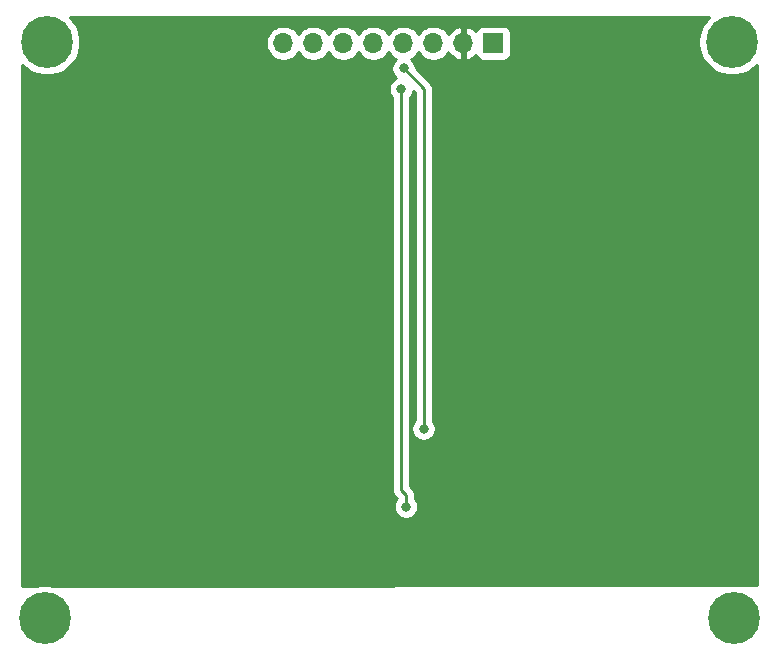
<source format=gbr>
%TF.GenerationSoftware,KiCad,Pcbnew,5.1.7-a382d34a8~88~ubuntu20.04.1*%
%TF.CreationDate,2020-12-22T17:38:33+00:00*%
%TF.ProjectId,DisplayBreakoutBoard,44697370-6c61-4794-9272-65616b6f7574,v1*%
%TF.SameCoordinates,Original*%
%TF.FileFunction,Copper,L2,Bot*%
%TF.FilePolarity,Positive*%
%FSLAX46Y46*%
G04 Gerber Fmt 4.6, Leading zero omitted, Abs format (unit mm)*
G04 Created by KiCad (PCBNEW 5.1.7-a382d34a8~88~ubuntu20.04.1) date 2020-12-22 17:38:33*
%MOMM*%
%LPD*%
G01*
G04 APERTURE LIST*
%TA.AperFunction,ComponentPad*%
%ADD10C,0.700000*%
%TD*%
%TA.AperFunction,ComponentPad*%
%ADD11C,4.400000*%
%TD*%
%TA.AperFunction,ComponentPad*%
%ADD12R,1.700000X1.700000*%
%TD*%
%TA.AperFunction,ComponentPad*%
%ADD13O,1.700000X1.700000*%
%TD*%
%TA.AperFunction,ViaPad*%
%ADD14C,0.800000*%
%TD*%
%TA.AperFunction,Conductor*%
%ADD15C,0.250000*%
%TD*%
%TA.AperFunction,Conductor*%
%ADD16C,0.254000*%
%TD*%
%TA.AperFunction,Conductor*%
%ADD17C,0.100000*%
%TD*%
G04 APERTURE END LIST*
D10*
%TO.P,H4,1*%
%TO.N,N/C*%
X90316726Y-82383274D03*
X89150000Y-81900000D03*
X87983274Y-82383274D03*
X87500000Y-83550000D03*
X87983274Y-84716726D03*
X89150000Y-85200000D03*
X90316726Y-84716726D03*
X90800000Y-83550000D03*
D11*
X89150000Y-83550000D03*
%TD*%
D12*
%TO.P,J1,1*%
%TO.N,/3V3*%
X68800000Y-34850000D03*
D13*
%TO.P,J1,2*%
%TO.N,/GND*%
X66260000Y-34850000D03*
%TO.P,J1,3*%
%TO.N,/EXTMODE*%
X63720000Y-34850000D03*
%TO.P,J1,4*%
%TO.N,/DISP*%
X61180000Y-34850000D03*
%TO.P,J1,5*%
%TO.N,/EXTCOMIN*%
X58640000Y-34850000D03*
%TO.P,J1,6*%
%TO.N,/SCS*%
X56100000Y-34850000D03*
%TO.P,J1,7*%
%TO.N,/SI*%
X53560000Y-34850000D03*
%TO.P,J1,8*%
%TO.N,/SCLK*%
X51020000Y-34850000D03*
%TD*%
D11*
%TO.P,H1,1*%
%TO.N,N/C*%
X31000000Y-34750000D03*
D10*
X32650000Y-34750000D03*
X32166726Y-35916726D03*
X31000000Y-36400000D03*
X29833274Y-35916726D03*
X29350000Y-34750000D03*
X29833274Y-33583274D03*
X31000000Y-33100000D03*
X32166726Y-33583274D03*
%TD*%
%TO.P,H2,1*%
%TO.N,N/C*%
X90166726Y-33583274D03*
X89000000Y-33100000D03*
X87833274Y-33583274D03*
X87350000Y-34750000D03*
X87833274Y-35916726D03*
X89000000Y-36400000D03*
X90166726Y-35916726D03*
X90650000Y-34750000D03*
D11*
X89000000Y-34750000D03*
%TD*%
%TO.P,H3,1*%
%TO.N,N/C*%
X30800000Y-83550000D03*
D10*
X32450000Y-83550000D03*
X31966726Y-84716726D03*
X30800000Y-85200000D03*
X29633274Y-84716726D03*
X29150000Y-83550000D03*
X29633274Y-82383274D03*
X30800000Y-81900000D03*
X31966726Y-82383274D03*
%TD*%
D14*
%TO.N,/GND*%
X63000000Y-76100000D03*
X64500000Y-73450000D03*
%TO.N,/DISP*%
X61200000Y-37000000D03*
X62900000Y-67500000D03*
%TO.N,/EXTMODE*%
X61400000Y-74100000D03*
X61000000Y-38750000D03*
%TD*%
D15*
%TO.N,/GND*%
X63000000Y-76100000D02*
X64500000Y-74600000D01*
X64500000Y-74600000D02*
X64500000Y-73450000D01*
%TO.N,/DISP*%
X62900000Y-38700000D02*
X62900000Y-67500000D01*
X61200000Y-37000000D02*
X62900000Y-38700000D01*
%TO.N,/EXTMODE*%
X61000000Y-72700000D02*
X61000000Y-38750000D01*
X61400000Y-73100000D02*
X61000000Y-72700000D01*
X61400000Y-74100000D02*
X61400000Y-73100000D01*
%TD*%
D16*
%TO.N,/GND*%
X86797912Y-32942793D02*
X86487656Y-33407124D01*
X86273948Y-33923061D01*
X86165000Y-34470777D01*
X86165000Y-35029223D01*
X86273948Y-35576939D01*
X86487656Y-36092876D01*
X86797912Y-36557207D01*
X87192793Y-36952088D01*
X87657124Y-37262344D01*
X88173061Y-37476052D01*
X88720777Y-37585000D01*
X89279223Y-37585000D01*
X89826939Y-37476052D01*
X90342876Y-37262344D01*
X90807207Y-36952088D01*
X91090001Y-36669294D01*
X91090000Y-80723651D01*
X89485528Y-80726200D01*
X89429223Y-80715000D01*
X88870777Y-80715000D01*
X88809070Y-80727274D01*
X31597832Y-80818158D01*
X31079223Y-80715000D01*
X30520777Y-80715000D01*
X29989322Y-80820713D01*
X28910000Y-80822428D01*
X28910000Y-36669295D01*
X29192793Y-36952088D01*
X29657124Y-37262344D01*
X30173061Y-37476052D01*
X30720777Y-37585000D01*
X31279223Y-37585000D01*
X31826939Y-37476052D01*
X32342876Y-37262344D01*
X32807207Y-36952088D01*
X33202088Y-36557207D01*
X33512344Y-36092876D01*
X33726052Y-35576939D01*
X33835000Y-35029223D01*
X33835000Y-34703740D01*
X49535000Y-34703740D01*
X49535000Y-34996260D01*
X49592068Y-35283158D01*
X49704010Y-35553411D01*
X49866525Y-35796632D01*
X50073368Y-36003475D01*
X50316589Y-36165990D01*
X50586842Y-36277932D01*
X50873740Y-36335000D01*
X51166260Y-36335000D01*
X51453158Y-36277932D01*
X51723411Y-36165990D01*
X51966632Y-36003475D01*
X52173475Y-35796632D01*
X52290000Y-35622240D01*
X52406525Y-35796632D01*
X52613368Y-36003475D01*
X52856589Y-36165990D01*
X53126842Y-36277932D01*
X53413740Y-36335000D01*
X53706260Y-36335000D01*
X53993158Y-36277932D01*
X54263411Y-36165990D01*
X54506632Y-36003475D01*
X54713475Y-35796632D01*
X54830000Y-35622240D01*
X54946525Y-35796632D01*
X55153368Y-36003475D01*
X55396589Y-36165990D01*
X55666842Y-36277932D01*
X55953740Y-36335000D01*
X56246260Y-36335000D01*
X56533158Y-36277932D01*
X56803411Y-36165990D01*
X57046632Y-36003475D01*
X57253475Y-35796632D01*
X57370000Y-35622240D01*
X57486525Y-35796632D01*
X57693368Y-36003475D01*
X57936589Y-36165990D01*
X58206842Y-36277932D01*
X58493740Y-36335000D01*
X58786260Y-36335000D01*
X59073158Y-36277932D01*
X59343411Y-36165990D01*
X59586632Y-36003475D01*
X59793475Y-35796632D01*
X59910000Y-35622240D01*
X60026525Y-35796632D01*
X60233368Y-36003475D01*
X60476589Y-36165990D01*
X60543657Y-36193770D01*
X60540226Y-36196063D01*
X60396063Y-36340226D01*
X60282795Y-36509744D01*
X60204774Y-36698102D01*
X60165000Y-36898061D01*
X60165000Y-37101939D01*
X60204774Y-37301898D01*
X60282795Y-37490256D01*
X60396063Y-37659774D01*
X60540226Y-37803937D01*
X60555222Y-37813957D01*
X60509744Y-37832795D01*
X60340226Y-37946063D01*
X60196063Y-38090226D01*
X60082795Y-38259744D01*
X60004774Y-38448102D01*
X59965000Y-38648061D01*
X59965000Y-38851939D01*
X60004774Y-39051898D01*
X60082795Y-39240256D01*
X60196063Y-39409774D01*
X60240001Y-39453712D01*
X60240000Y-72662678D01*
X60236324Y-72700000D01*
X60240000Y-72737322D01*
X60240000Y-72737332D01*
X60250997Y-72848985D01*
X60281947Y-72951014D01*
X60294454Y-72992246D01*
X60365026Y-73124276D01*
X60404871Y-73172826D01*
X60459999Y-73240001D01*
X60489002Y-73263803D01*
X60630744Y-73405545D01*
X60596063Y-73440226D01*
X60482795Y-73609744D01*
X60404774Y-73798102D01*
X60365000Y-73998061D01*
X60365000Y-74201939D01*
X60404774Y-74401898D01*
X60482795Y-74590256D01*
X60596063Y-74759774D01*
X60740226Y-74903937D01*
X60909744Y-75017205D01*
X61098102Y-75095226D01*
X61298061Y-75135000D01*
X61501939Y-75135000D01*
X61701898Y-75095226D01*
X61890256Y-75017205D01*
X62059774Y-74903937D01*
X62203937Y-74759774D01*
X62317205Y-74590256D01*
X62395226Y-74401898D01*
X62435000Y-74201939D01*
X62435000Y-73998061D01*
X62395226Y-73798102D01*
X62317205Y-73609744D01*
X62203937Y-73440226D01*
X62160000Y-73396289D01*
X62160000Y-73137322D01*
X62163676Y-73099999D01*
X62160000Y-73062676D01*
X62160000Y-73062667D01*
X62149003Y-72951014D01*
X62105546Y-72807753D01*
X62034974Y-72675724D01*
X61940001Y-72559999D01*
X61911002Y-72536200D01*
X61760000Y-72385198D01*
X61760000Y-39453711D01*
X61803937Y-39409774D01*
X61917205Y-39240256D01*
X61995226Y-39051898D01*
X62025400Y-38900202D01*
X62140000Y-39014802D01*
X62140001Y-66796288D01*
X62096063Y-66840226D01*
X61982795Y-67009744D01*
X61904774Y-67198102D01*
X61865000Y-67398061D01*
X61865000Y-67601939D01*
X61904774Y-67801898D01*
X61982795Y-67990256D01*
X62096063Y-68159774D01*
X62240226Y-68303937D01*
X62409744Y-68417205D01*
X62598102Y-68495226D01*
X62798061Y-68535000D01*
X63001939Y-68535000D01*
X63201898Y-68495226D01*
X63390256Y-68417205D01*
X63559774Y-68303937D01*
X63703937Y-68159774D01*
X63817205Y-67990256D01*
X63895226Y-67801898D01*
X63935000Y-67601939D01*
X63935000Y-67398061D01*
X63895226Y-67198102D01*
X63817205Y-67009744D01*
X63703937Y-66840226D01*
X63660000Y-66796289D01*
X63660000Y-38737322D01*
X63663676Y-38699999D01*
X63660000Y-38662676D01*
X63660000Y-38662667D01*
X63649003Y-38551014D01*
X63605546Y-38407753D01*
X63534975Y-38275725D01*
X63534974Y-38275723D01*
X63463799Y-38188997D01*
X63440001Y-38159999D01*
X63411004Y-38136202D01*
X62235000Y-36960199D01*
X62235000Y-36898061D01*
X62195226Y-36698102D01*
X62117205Y-36509744D01*
X62003937Y-36340226D01*
X61859774Y-36196063D01*
X61841036Y-36183542D01*
X61883411Y-36165990D01*
X62126632Y-36003475D01*
X62333475Y-35796632D01*
X62450000Y-35622240D01*
X62566525Y-35796632D01*
X62773368Y-36003475D01*
X63016589Y-36165990D01*
X63286842Y-36277932D01*
X63573740Y-36335000D01*
X63866260Y-36335000D01*
X64153158Y-36277932D01*
X64423411Y-36165990D01*
X64666632Y-36003475D01*
X64873475Y-35796632D01*
X64995195Y-35614466D01*
X65064822Y-35731355D01*
X65259731Y-35947588D01*
X65493080Y-36121641D01*
X65755901Y-36246825D01*
X65903110Y-36291476D01*
X66133000Y-36170155D01*
X66133000Y-34977000D01*
X66113000Y-34977000D01*
X66113000Y-34723000D01*
X66133000Y-34723000D01*
X66133000Y-33529845D01*
X66387000Y-33529845D01*
X66387000Y-34723000D01*
X66407000Y-34723000D01*
X66407000Y-34977000D01*
X66387000Y-34977000D01*
X66387000Y-36170155D01*
X66616890Y-36291476D01*
X66764099Y-36246825D01*
X67026920Y-36121641D01*
X67260269Y-35947588D01*
X67336034Y-35863534D01*
X67360498Y-35944180D01*
X67419463Y-36054494D01*
X67498815Y-36151185D01*
X67595506Y-36230537D01*
X67705820Y-36289502D01*
X67825518Y-36325812D01*
X67950000Y-36338072D01*
X69650000Y-36338072D01*
X69774482Y-36325812D01*
X69894180Y-36289502D01*
X70004494Y-36230537D01*
X70101185Y-36151185D01*
X70180537Y-36054494D01*
X70239502Y-35944180D01*
X70275812Y-35824482D01*
X70288072Y-35700000D01*
X70288072Y-34000000D01*
X70275812Y-33875518D01*
X70239502Y-33755820D01*
X70180537Y-33645506D01*
X70101185Y-33548815D01*
X70004494Y-33469463D01*
X69894180Y-33410498D01*
X69774482Y-33374188D01*
X69650000Y-33361928D01*
X67950000Y-33361928D01*
X67825518Y-33374188D01*
X67705820Y-33410498D01*
X67595506Y-33469463D01*
X67498815Y-33548815D01*
X67419463Y-33645506D01*
X67360498Y-33755820D01*
X67336034Y-33836466D01*
X67260269Y-33752412D01*
X67026920Y-33578359D01*
X66764099Y-33453175D01*
X66616890Y-33408524D01*
X66387000Y-33529845D01*
X66133000Y-33529845D01*
X65903110Y-33408524D01*
X65755901Y-33453175D01*
X65493080Y-33578359D01*
X65259731Y-33752412D01*
X65064822Y-33968645D01*
X64995195Y-34085534D01*
X64873475Y-33903368D01*
X64666632Y-33696525D01*
X64423411Y-33534010D01*
X64153158Y-33422068D01*
X63866260Y-33365000D01*
X63573740Y-33365000D01*
X63286842Y-33422068D01*
X63016589Y-33534010D01*
X62773368Y-33696525D01*
X62566525Y-33903368D01*
X62450000Y-34077760D01*
X62333475Y-33903368D01*
X62126632Y-33696525D01*
X61883411Y-33534010D01*
X61613158Y-33422068D01*
X61326260Y-33365000D01*
X61033740Y-33365000D01*
X60746842Y-33422068D01*
X60476589Y-33534010D01*
X60233368Y-33696525D01*
X60026525Y-33903368D01*
X59910000Y-34077760D01*
X59793475Y-33903368D01*
X59586632Y-33696525D01*
X59343411Y-33534010D01*
X59073158Y-33422068D01*
X58786260Y-33365000D01*
X58493740Y-33365000D01*
X58206842Y-33422068D01*
X57936589Y-33534010D01*
X57693368Y-33696525D01*
X57486525Y-33903368D01*
X57370000Y-34077760D01*
X57253475Y-33903368D01*
X57046632Y-33696525D01*
X56803411Y-33534010D01*
X56533158Y-33422068D01*
X56246260Y-33365000D01*
X55953740Y-33365000D01*
X55666842Y-33422068D01*
X55396589Y-33534010D01*
X55153368Y-33696525D01*
X54946525Y-33903368D01*
X54830000Y-34077760D01*
X54713475Y-33903368D01*
X54506632Y-33696525D01*
X54263411Y-33534010D01*
X53993158Y-33422068D01*
X53706260Y-33365000D01*
X53413740Y-33365000D01*
X53126842Y-33422068D01*
X52856589Y-33534010D01*
X52613368Y-33696525D01*
X52406525Y-33903368D01*
X52290000Y-34077760D01*
X52173475Y-33903368D01*
X51966632Y-33696525D01*
X51723411Y-33534010D01*
X51453158Y-33422068D01*
X51166260Y-33365000D01*
X50873740Y-33365000D01*
X50586842Y-33422068D01*
X50316589Y-33534010D01*
X50073368Y-33696525D01*
X49866525Y-33903368D01*
X49704010Y-34146589D01*
X49592068Y-34416842D01*
X49535000Y-34703740D01*
X33835000Y-34703740D01*
X33835000Y-34470777D01*
X33726052Y-33923061D01*
X33512344Y-33407124D01*
X33202088Y-32942793D01*
X32919295Y-32660000D01*
X87080705Y-32660000D01*
X86797912Y-32942793D01*
%TA.AperFunction,Conductor*%
D17*
G36*
X86797912Y-32942793D02*
G01*
X86487656Y-33407124D01*
X86273948Y-33923061D01*
X86165000Y-34470777D01*
X86165000Y-35029223D01*
X86273948Y-35576939D01*
X86487656Y-36092876D01*
X86797912Y-36557207D01*
X87192793Y-36952088D01*
X87657124Y-37262344D01*
X88173061Y-37476052D01*
X88720777Y-37585000D01*
X89279223Y-37585000D01*
X89826939Y-37476052D01*
X90342876Y-37262344D01*
X90807207Y-36952088D01*
X91090001Y-36669294D01*
X91090000Y-80723651D01*
X89485528Y-80726200D01*
X89429223Y-80715000D01*
X88870777Y-80715000D01*
X88809070Y-80727274D01*
X31597832Y-80818158D01*
X31079223Y-80715000D01*
X30520777Y-80715000D01*
X29989322Y-80820713D01*
X28910000Y-80822428D01*
X28910000Y-36669295D01*
X29192793Y-36952088D01*
X29657124Y-37262344D01*
X30173061Y-37476052D01*
X30720777Y-37585000D01*
X31279223Y-37585000D01*
X31826939Y-37476052D01*
X32342876Y-37262344D01*
X32807207Y-36952088D01*
X33202088Y-36557207D01*
X33512344Y-36092876D01*
X33726052Y-35576939D01*
X33835000Y-35029223D01*
X33835000Y-34703740D01*
X49535000Y-34703740D01*
X49535000Y-34996260D01*
X49592068Y-35283158D01*
X49704010Y-35553411D01*
X49866525Y-35796632D01*
X50073368Y-36003475D01*
X50316589Y-36165990D01*
X50586842Y-36277932D01*
X50873740Y-36335000D01*
X51166260Y-36335000D01*
X51453158Y-36277932D01*
X51723411Y-36165990D01*
X51966632Y-36003475D01*
X52173475Y-35796632D01*
X52290000Y-35622240D01*
X52406525Y-35796632D01*
X52613368Y-36003475D01*
X52856589Y-36165990D01*
X53126842Y-36277932D01*
X53413740Y-36335000D01*
X53706260Y-36335000D01*
X53993158Y-36277932D01*
X54263411Y-36165990D01*
X54506632Y-36003475D01*
X54713475Y-35796632D01*
X54830000Y-35622240D01*
X54946525Y-35796632D01*
X55153368Y-36003475D01*
X55396589Y-36165990D01*
X55666842Y-36277932D01*
X55953740Y-36335000D01*
X56246260Y-36335000D01*
X56533158Y-36277932D01*
X56803411Y-36165990D01*
X57046632Y-36003475D01*
X57253475Y-35796632D01*
X57370000Y-35622240D01*
X57486525Y-35796632D01*
X57693368Y-36003475D01*
X57936589Y-36165990D01*
X58206842Y-36277932D01*
X58493740Y-36335000D01*
X58786260Y-36335000D01*
X59073158Y-36277932D01*
X59343411Y-36165990D01*
X59586632Y-36003475D01*
X59793475Y-35796632D01*
X59910000Y-35622240D01*
X60026525Y-35796632D01*
X60233368Y-36003475D01*
X60476589Y-36165990D01*
X60543657Y-36193770D01*
X60540226Y-36196063D01*
X60396063Y-36340226D01*
X60282795Y-36509744D01*
X60204774Y-36698102D01*
X60165000Y-36898061D01*
X60165000Y-37101939D01*
X60204774Y-37301898D01*
X60282795Y-37490256D01*
X60396063Y-37659774D01*
X60540226Y-37803937D01*
X60555222Y-37813957D01*
X60509744Y-37832795D01*
X60340226Y-37946063D01*
X60196063Y-38090226D01*
X60082795Y-38259744D01*
X60004774Y-38448102D01*
X59965000Y-38648061D01*
X59965000Y-38851939D01*
X60004774Y-39051898D01*
X60082795Y-39240256D01*
X60196063Y-39409774D01*
X60240001Y-39453712D01*
X60240000Y-72662678D01*
X60236324Y-72700000D01*
X60240000Y-72737322D01*
X60240000Y-72737332D01*
X60250997Y-72848985D01*
X60281947Y-72951014D01*
X60294454Y-72992246D01*
X60365026Y-73124276D01*
X60404871Y-73172826D01*
X60459999Y-73240001D01*
X60489002Y-73263803D01*
X60630744Y-73405545D01*
X60596063Y-73440226D01*
X60482795Y-73609744D01*
X60404774Y-73798102D01*
X60365000Y-73998061D01*
X60365000Y-74201939D01*
X60404774Y-74401898D01*
X60482795Y-74590256D01*
X60596063Y-74759774D01*
X60740226Y-74903937D01*
X60909744Y-75017205D01*
X61098102Y-75095226D01*
X61298061Y-75135000D01*
X61501939Y-75135000D01*
X61701898Y-75095226D01*
X61890256Y-75017205D01*
X62059774Y-74903937D01*
X62203937Y-74759774D01*
X62317205Y-74590256D01*
X62395226Y-74401898D01*
X62435000Y-74201939D01*
X62435000Y-73998061D01*
X62395226Y-73798102D01*
X62317205Y-73609744D01*
X62203937Y-73440226D01*
X62160000Y-73396289D01*
X62160000Y-73137322D01*
X62163676Y-73099999D01*
X62160000Y-73062676D01*
X62160000Y-73062667D01*
X62149003Y-72951014D01*
X62105546Y-72807753D01*
X62034974Y-72675724D01*
X61940001Y-72559999D01*
X61911002Y-72536200D01*
X61760000Y-72385198D01*
X61760000Y-39453711D01*
X61803937Y-39409774D01*
X61917205Y-39240256D01*
X61995226Y-39051898D01*
X62025400Y-38900202D01*
X62140000Y-39014802D01*
X62140001Y-66796288D01*
X62096063Y-66840226D01*
X61982795Y-67009744D01*
X61904774Y-67198102D01*
X61865000Y-67398061D01*
X61865000Y-67601939D01*
X61904774Y-67801898D01*
X61982795Y-67990256D01*
X62096063Y-68159774D01*
X62240226Y-68303937D01*
X62409744Y-68417205D01*
X62598102Y-68495226D01*
X62798061Y-68535000D01*
X63001939Y-68535000D01*
X63201898Y-68495226D01*
X63390256Y-68417205D01*
X63559774Y-68303937D01*
X63703937Y-68159774D01*
X63817205Y-67990256D01*
X63895226Y-67801898D01*
X63935000Y-67601939D01*
X63935000Y-67398061D01*
X63895226Y-67198102D01*
X63817205Y-67009744D01*
X63703937Y-66840226D01*
X63660000Y-66796289D01*
X63660000Y-38737322D01*
X63663676Y-38699999D01*
X63660000Y-38662676D01*
X63660000Y-38662667D01*
X63649003Y-38551014D01*
X63605546Y-38407753D01*
X63534975Y-38275725D01*
X63534974Y-38275723D01*
X63463799Y-38188997D01*
X63440001Y-38159999D01*
X63411004Y-38136202D01*
X62235000Y-36960199D01*
X62235000Y-36898061D01*
X62195226Y-36698102D01*
X62117205Y-36509744D01*
X62003937Y-36340226D01*
X61859774Y-36196063D01*
X61841036Y-36183542D01*
X61883411Y-36165990D01*
X62126632Y-36003475D01*
X62333475Y-35796632D01*
X62450000Y-35622240D01*
X62566525Y-35796632D01*
X62773368Y-36003475D01*
X63016589Y-36165990D01*
X63286842Y-36277932D01*
X63573740Y-36335000D01*
X63866260Y-36335000D01*
X64153158Y-36277932D01*
X64423411Y-36165990D01*
X64666632Y-36003475D01*
X64873475Y-35796632D01*
X64995195Y-35614466D01*
X65064822Y-35731355D01*
X65259731Y-35947588D01*
X65493080Y-36121641D01*
X65755901Y-36246825D01*
X65903110Y-36291476D01*
X66133000Y-36170155D01*
X66133000Y-34977000D01*
X66113000Y-34977000D01*
X66113000Y-34723000D01*
X66133000Y-34723000D01*
X66133000Y-33529845D01*
X66387000Y-33529845D01*
X66387000Y-34723000D01*
X66407000Y-34723000D01*
X66407000Y-34977000D01*
X66387000Y-34977000D01*
X66387000Y-36170155D01*
X66616890Y-36291476D01*
X66764099Y-36246825D01*
X67026920Y-36121641D01*
X67260269Y-35947588D01*
X67336034Y-35863534D01*
X67360498Y-35944180D01*
X67419463Y-36054494D01*
X67498815Y-36151185D01*
X67595506Y-36230537D01*
X67705820Y-36289502D01*
X67825518Y-36325812D01*
X67950000Y-36338072D01*
X69650000Y-36338072D01*
X69774482Y-36325812D01*
X69894180Y-36289502D01*
X70004494Y-36230537D01*
X70101185Y-36151185D01*
X70180537Y-36054494D01*
X70239502Y-35944180D01*
X70275812Y-35824482D01*
X70288072Y-35700000D01*
X70288072Y-34000000D01*
X70275812Y-33875518D01*
X70239502Y-33755820D01*
X70180537Y-33645506D01*
X70101185Y-33548815D01*
X70004494Y-33469463D01*
X69894180Y-33410498D01*
X69774482Y-33374188D01*
X69650000Y-33361928D01*
X67950000Y-33361928D01*
X67825518Y-33374188D01*
X67705820Y-33410498D01*
X67595506Y-33469463D01*
X67498815Y-33548815D01*
X67419463Y-33645506D01*
X67360498Y-33755820D01*
X67336034Y-33836466D01*
X67260269Y-33752412D01*
X67026920Y-33578359D01*
X66764099Y-33453175D01*
X66616890Y-33408524D01*
X66387000Y-33529845D01*
X66133000Y-33529845D01*
X65903110Y-33408524D01*
X65755901Y-33453175D01*
X65493080Y-33578359D01*
X65259731Y-33752412D01*
X65064822Y-33968645D01*
X64995195Y-34085534D01*
X64873475Y-33903368D01*
X64666632Y-33696525D01*
X64423411Y-33534010D01*
X64153158Y-33422068D01*
X63866260Y-33365000D01*
X63573740Y-33365000D01*
X63286842Y-33422068D01*
X63016589Y-33534010D01*
X62773368Y-33696525D01*
X62566525Y-33903368D01*
X62450000Y-34077760D01*
X62333475Y-33903368D01*
X62126632Y-33696525D01*
X61883411Y-33534010D01*
X61613158Y-33422068D01*
X61326260Y-33365000D01*
X61033740Y-33365000D01*
X60746842Y-33422068D01*
X60476589Y-33534010D01*
X60233368Y-33696525D01*
X60026525Y-33903368D01*
X59910000Y-34077760D01*
X59793475Y-33903368D01*
X59586632Y-33696525D01*
X59343411Y-33534010D01*
X59073158Y-33422068D01*
X58786260Y-33365000D01*
X58493740Y-33365000D01*
X58206842Y-33422068D01*
X57936589Y-33534010D01*
X57693368Y-33696525D01*
X57486525Y-33903368D01*
X57370000Y-34077760D01*
X57253475Y-33903368D01*
X57046632Y-33696525D01*
X56803411Y-33534010D01*
X56533158Y-33422068D01*
X56246260Y-33365000D01*
X55953740Y-33365000D01*
X55666842Y-33422068D01*
X55396589Y-33534010D01*
X55153368Y-33696525D01*
X54946525Y-33903368D01*
X54830000Y-34077760D01*
X54713475Y-33903368D01*
X54506632Y-33696525D01*
X54263411Y-33534010D01*
X53993158Y-33422068D01*
X53706260Y-33365000D01*
X53413740Y-33365000D01*
X53126842Y-33422068D01*
X52856589Y-33534010D01*
X52613368Y-33696525D01*
X52406525Y-33903368D01*
X52290000Y-34077760D01*
X52173475Y-33903368D01*
X51966632Y-33696525D01*
X51723411Y-33534010D01*
X51453158Y-33422068D01*
X51166260Y-33365000D01*
X50873740Y-33365000D01*
X50586842Y-33422068D01*
X50316589Y-33534010D01*
X50073368Y-33696525D01*
X49866525Y-33903368D01*
X49704010Y-34146589D01*
X49592068Y-34416842D01*
X49535000Y-34703740D01*
X33835000Y-34703740D01*
X33835000Y-34470777D01*
X33726052Y-33923061D01*
X33512344Y-33407124D01*
X33202088Y-32942793D01*
X32919295Y-32660000D01*
X87080705Y-32660000D01*
X86797912Y-32942793D01*
G37*
%TD.AperFunction*%
%TD*%
M02*

</source>
